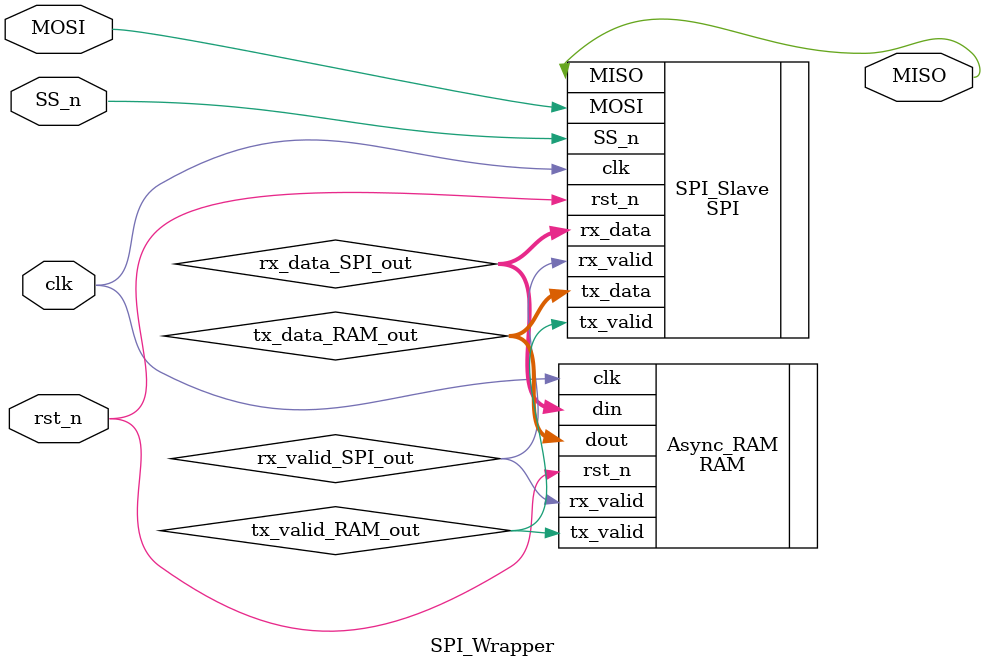
<source format=v>
module SPI_Wrapper (clk, rst_n, SS_n, MOSI, MISO);
parameter MEM_DEPTH = 256;
parameter ADDR_SIZE = 8;

input clk, rst_n, SS_n, MOSI;
output MISO;

wire tx_valid_RAM_out, rx_valid_SPI_out;
wire [7:0] tx_data_RAM_out;
wire [9:0] rx_data_SPI_out;

SPI SPI_Slave (.clk(clk), .rst_n(rst_n), .SS_n(SS_n), .MOSI(MOSI), .tx_valid(tx_valid_RAM_out), .tx_data(tx_data_RAM_out), .MISO(MISO), .rx_valid(rx_valid_SPI_out), .rx_data(rx_data_SPI_out));
RAM #(MEM_DEPTH,ADDR_SIZE) Async_RAM (.clk(clk), .rst_n(rst_n), .rx_valid(rx_valid_SPI_out), .din(rx_data_SPI_out), .dout(tx_data_RAM_out), .tx_valid(tx_valid_RAM_out));

endmodule
</source>
